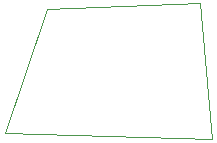
<source format=gbr>
%TF.GenerationSoftware,KiCad,Pcbnew,8.0.8*%
%TF.CreationDate,2025-11-26T21:43:53-05:00*%
%TF.ProjectId,greenenergyecu,67726565-6e65-46e6-9572-67796563752e,rev?*%
%TF.SameCoordinates,Original*%
%TF.FileFunction,Profile,NP*%
%FSLAX46Y46*%
G04 Gerber Fmt 4.6, Leading zero omitted, Abs format (unit mm)*
G04 Created by KiCad (PCBNEW 8.0.8) date 2025-11-26 21:43:53*
%MOMM*%
%LPD*%
G01*
G04 APERTURE LIST*
%TA.AperFunction,Profile*%
%ADD10C,0.050000*%
%TD*%
G04 APERTURE END LIST*
D10*
X129500000Y-74500000D02*
X112000000Y-74000000D01*
X115500000Y-63500000D01*
X128500000Y-63000000D01*
X129500000Y-74500000D01*
M02*

</source>
